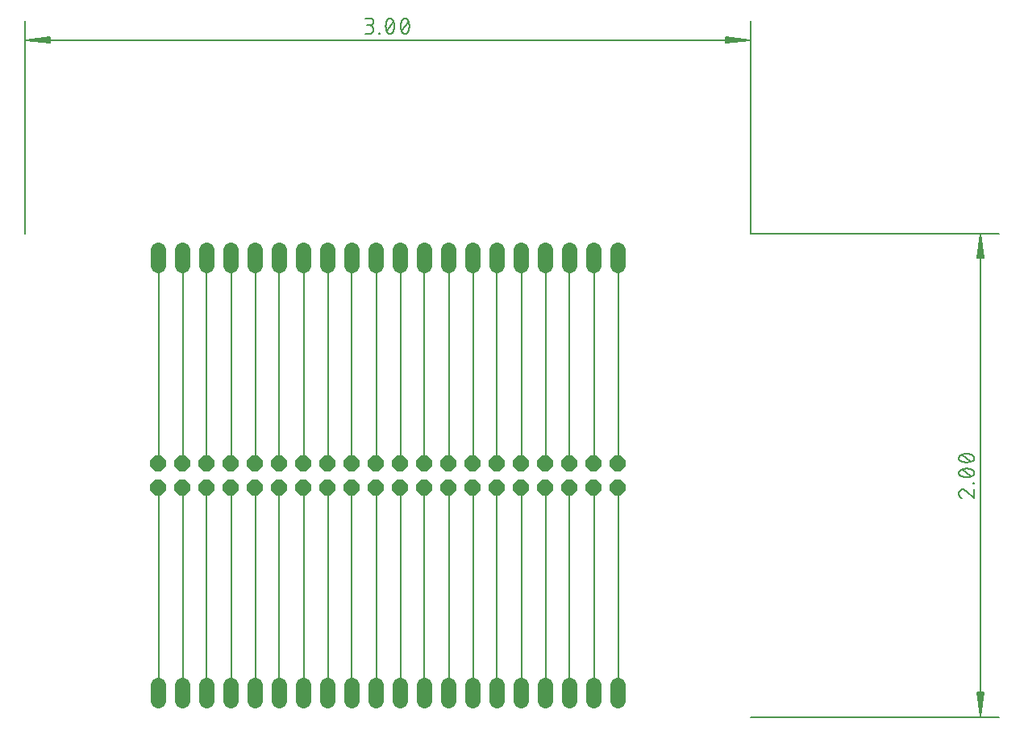
<source format=gbr>
G04 EAGLE Gerber X2 export*
%TF.Part,Single*%
%TF.FileFunction,Copper,L1,Top,Mixed*%
%TF.FilePolarity,Positive*%
%TF.GenerationSoftware,Autodesk,EAGLE,9.0.0*%
%TF.CreationDate,2018-04-25T19:38:23Z*%
G75*
%MOMM*%
%FSLAX34Y34*%
%LPD*%
%AMOC8*
5,1,8,0,0,1.08239X$1,22.5*%
G01*
%ADD10C,0.130000*%
%ADD11C,0.152400*%
%ADD12P,1.759533X8X22.500000*%
%ADD13C,1.625600*%


D10*
X863600Y635000D02*
X863600Y857700D01*
X101600Y857700D02*
X101600Y635000D01*
X102250Y838200D02*
X862950Y838200D01*
X837600Y841392D01*
X837600Y835008D01*
X862950Y838200D01*
X837600Y839500D01*
X837600Y836900D02*
X862950Y838200D01*
X837600Y840800D01*
X837600Y835600D02*
X862950Y838200D01*
X127600Y841392D02*
X102250Y838200D01*
X127600Y841392D02*
X127600Y835008D01*
X102250Y838200D01*
X127600Y839500D01*
X127600Y836900D02*
X102250Y838200D01*
X127600Y840800D01*
X127600Y835600D02*
X102250Y838200D01*
D11*
X458548Y844707D02*
X463064Y844707D01*
X463197Y844709D01*
X463329Y844715D01*
X463461Y844725D01*
X463593Y844738D01*
X463725Y844756D01*
X463855Y844777D01*
X463986Y844802D01*
X464115Y844831D01*
X464243Y844864D01*
X464371Y844900D01*
X464497Y844940D01*
X464622Y844984D01*
X464746Y845032D01*
X464868Y845083D01*
X464989Y845138D01*
X465108Y845196D01*
X465226Y845258D01*
X465341Y845323D01*
X465455Y845392D01*
X465566Y845463D01*
X465675Y845539D01*
X465782Y845617D01*
X465887Y845698D01*
X465989Y845783D01*
X466089Y845870D01*
X466186Y845960D01*
X466281Y846053D01*
X466372Y846149D01*
X466461Y846247D01*
X466547Y846348D01*
X466630Y846452D01*
X466710Y846558D01*
X466786Y846666D01*
X466860Y846776D01*
X466930Y846889D01*
X466997Y847003D01*
X467060Y847120D01*
X467120Y847238D01*
X467177Y847358D01*
X467230Y847480D01*
X467279Y847603D01*
X467325Y847727D01*
X467367Y847853D01*
X467405Y847980D01*
X467440Y848108D01*
X467471Y848237D01*
X467498Y848366D01*
X467521Y848497D01*
X467541Y848628D01*
X467556Y848760D01*
X467568Y848892D01*
X467576Y849024D01*
X467580Y849157D01*
X467580Y849289D01*
X467576Y849422D01*
X467568Y849554D01*
X467556Y849686D01*
X467541Y849818D01*
X467521Y849949D01*
X467498Y850080D01*
X467471Y850209D01*
X467440Y850338D01*
X467405Y850466D01*
X467367Y850593D01*
X467325Y850719D01*
X467279Y850843D01*
X467230Y850966D01*
X467177Y851088D01*
X467120Y851208D01*
X467060Y851326D01*
X466997Y851443D01*
X466930Y851557D01*
X466860Y851670D01*
X466786Y851780D01*
X466710Y851888D01*
X466630Y851994D01*
X466547Y852098D01*
X466461Y852199D01*
X466372Y852297D01*
X466281Y852393D01*
X466186Y852486D01*
X466089Y852576D01*
X465989Y852663D01*
X465887Y852748D01*
X465782Y852829D01*
X465675Y852907D01*
X465566Y852983D01*
X465455Y853054D01*
X465341Y853123D01*
X465226Y853188D01*
X465108Y853250D01*
X464989Y853308D01*
X464868Y853363D01*
X464746Y853414D01*
X464622Y853462D01*
X464497Y853506D01*
X464371Y853546D01*
X464243Y853582D01*
X464115Y853615D01*
X463986Y853644D01*
X463855Y853669D01*
X463725Y853690D01*
X463593Y853708D01*
X463461Y853721D01*
X463329Y853731D01*
X463197Y853737D01*
X463064Y853739D01*
X463967Y860963D02*
X458548Y860963D01*
X463967Y860963D02*
X464086Y860961D01*
X464206Y860955D01*
X464325Y860945D01*
X464443Y860931D01*
X464562Y860914D01*
X464679Y860892D01*
X464796Y860867D01*
X464911Y860837D01*
X465026Y860804D01*
X465140Y860767D01*
X465252Y860727D01*
X465363Y860682D01*
X465472Y860634D01*
X465580Y860583D01*
X465686Y860528D01*
X465790Y860469D01*
X465892Y860407D01*
X465992Y860342D01*
X466090Y860273D01*
X466186Y860201D01*
X466279Y860126D01*
X466369Y860049D01*
X466457Y859968D01*
X466542Y859884D01*
X466624Y859797D01*
X466704Y859708D01*
X466780Y859616D01*
X466854Y859522D01*
X466924Y859425D01*
X466991Y859327D01*
X467055Y859226D01*
X467115Y859122D01*
X467172Y859017D01*
X467225Y858910D01*
X467275Y858802D01*
X467321Y858692D01*
X467363Y858580D01*
X467402Y858467D01*
X467437Y858353D01*
X467468Y858238D01*
X467496Y858121D01*
X467519Y858004D01*
X467539Y857887D01*
X467555Y857768D01*
X467567Y857649D01*
X467575Y857530D01*
X467579Y857411D01*
X467579Y857291D01*
X467575Y857172D01*
X467567Y857053D01*
X467555Y856934D01*
X467539Y856815D01*
X467519Y856698D01*
X467496Y856581D01*
X467468Y856464D01*
X467437Y856349D01*
X467402Y856235D01*
X467363Y856122D01*
X467321Y856010D01*
X467275Y855900D01*
X467225Y855792D01*
X467172Y855685D01*
X467115Y855580D01*
X467055Y855476D01*
X466991Y855375D01*
X466924Y855277D01*
X466854Y855180D01*
X466780Y855086D01*
X466704Y854994D01*
X466624Y854905D01*
X466542Y854818D01*
X466457Y854734D01*
X466369Y854653D01*
X466279Y854576D01*
X466186Y854501D01*
X466090Y854429D01*
X465992Y854360D01*
X465892Y854295D01*
X465790Y854233D01*
X465686Y854174D01*
X465580Y854119D01*
X465472Y854068D01*
X465363Y854020D01*
X465252Y853975D01*
X465140Y853935D01*
X465026Y853898D01*
X464911Y853865D01*
X464796Y853835D01*
X464679Y853810D01*
X464562Y853788D01*
X464443Y853771D01*
X464325Y853757D01*
X464206Y853747D01*
X464086Y853741D01*
X463967Y853739D01*
X463967Y853738D02*
X460354Y853738D01*
X473554Y845610D02*
X473554Y844707D01*
X473554Y845610D02*
X474457Y845610D01*
X474457Y844707D01*
X473554Y844707D01*
X480432Y852835D02*
X480436Y853155D01*
X480447Y853474D01*
X480466Y853794D01*
X480493Y854112D01*
X480527Y854430D01*
X480569Y854747D01*
X480619Y855063D01*
X480676Y855378D01*
X480740Y855691D01*
X480812Y856003D01*
X480891Y856313D01*
X480978Y856620D01*
X481072Y856926D01*
X481173Y857229D01*
X481282Y857530D01*
X481397Y857828D01*
X481520Y858124D01*
X481650Y858416D01*
X481787Y858705D01*
X481786Y858706D02*
X481825Y858814D01*
X481868Y858921D01*
X481914Y859026D01*
X481965Y859130D01*
X482018Y859232D01*
X482075Y859332D01*
X482136Y859430D01*
X482200Y859525D01*
X482267Y859619D01*
X482338Y859710D01*
X482411Y859799D01*
X482488Y859885D01*
X482567Y859968D01*
X482649Y860049D01*
X482734Y860127D01*
X482822Y860201D01*
X482912Y860273D01*
X483004Y860341D01*
X483099Y860407D01*
X483196Y860469D01*
X483295Y860527D01*
X483397Y860583D01*
X483499Y860634D01*
X483604Y860682D01*
X483710Y860727D01*
X483818Y860768D01*
X483927Y860805D01*
X484037Y860838D01*
X484149Y860867D01*
X484261Y860893D01*
X484374Y860915D01*
X484488Y860932D01*
X484602Y860946D01*
X484717Y860956D01*
X484832Y860962D01*
X484947Y860964D01*
X484947Y860963D02*
X485062Y860961D01*
X485177Y860955D01*
X485292Y860945D01*
X485406Y860931D01*
X485520Y860914D01*
X485633Y860892D01*
X485745Y860866D01*
X485857Y860837D01*
X485967Y860804D01*
X486076Y860767D01*
X486184Y860726D01*
X486290Y860681D01*
X486395Y860633D01*
X486497Y860582D01*
X486598Y860526D01*
X486698Y860468D01*
X486795Y860406D01*
X486889Y860341D01*
X486982Y860272D01*
X487072Y860200D01*
X487160Y860126D01*
X487245Y860048D01*
X487327Y859967D01*
X487406Y859884D01*
X487483Y859798D01*
X487556Y859709D01*
X487627Y859618D01*
X487694Y859524D01*
X487758Y859429D01*
X487819Y859331D01*
X487876Y859231D01*
X487929Y859129D01*
X487980Y859025D01*
X488026Y858920D01*
X488069Y858813D01*
X488108Y858705D01*
X488245Y858416D01*
X488375Y858124D01*
X488498Y857828D01*
X488613Y857530D01*
X488722Y857229D01*
X488823Y856926D01*
X488917Y856620D01*
X489004Y856313D01*
X489083Y856003D01*
X489155Y855691D01*
X489219Y855378D01*
X489276Y855063D01*
X489326Y854747D01*
X489368Y854430D01*
X489402Y854112D01*
X489429Y853794D01*
X489448Y853474D01*
X489459Y853155D01*
X489463Y852835D01*
X480432Y852835D02*
X480436Y852515D01*
X480447Y852196D01*
X480466Y851876D01*
X480493Y851558D01*
X480527Y851240D01*
X480569Y850923D01*
X480619Y850607D01*
X480676Y850292D01*
X480740Y849979D01*
X480812Y849667D01*
X480891Y849357D01*
X480978Y849050D01*
X481072Y848744D01*
X481173Y848441D01*
X481282Y848140D01*
X481397Y847842D01*
X481520Y847546D01*
X481650Y847254D01*
X481787Y846965D01*
X481786Y846965D02*
X481825Y846857D01*
X481868Y846750D01*
X481914Y846645D01*
X481965Y846541D01*
X482018Y846439D01*
X482075Y846339D01*
X482136Y846241D01*
X482200Y846146D01*
X482267Y846052D01*
X482338Y845961D01*
X482411Y845872D01*
X482488Y845786D01*
X482567Y845703D01*
X482649Y845622D01*
X482734Y845544D01*
X482822Y845470D01*
X482912Y845398D01*
X483005Y845329D01*
X483099Y845264D01*
X483196Y845202D01*
X483296Y845144D01*
X483397Y845088D01*
X483499Y845037D01*
X483604Y844989D01*
X483710Y844944D01*
X483818Y844903D01*
X483927Y844866D01*
X484037Y844833D01*
X484149Y844804D01*
X484261Y844778D01*
X484374Y844756D01*
X484488Y844739D01*
X484602Y844725D01*
X484717Y844715D01*
X484832Y844709D01*
X484947Y844707D01*
X488108Y846965D02*
X488245Y847254D01*
X488375Y847546D01*
X488498Y847842D01*
X488613Y848140D01*
X488722Y848441D01*
X488823Y848744D01*
X488917Y849050D01*
X489004Y849357D01*
X489083Y849667D01*
X489155Y849979D01*
X489219Y850292D01*
X489276Y850607D01*
X489326Y850923D01*
X489368Y851240D01*
X489402Y851558D01*
X489429Y851876D01*
X489448Y852196D01*
X489459Y852515D01*
X489463Y852835D01*
X488108Y846965D02*
X488069Y846857D01*
X488026Y846750D01*
X487980Y846645D01*
X487929Y846541D01*
X487876Y846439D01*
X487819Y846339D01*
X487758Y846241D01*
X487694Y846146D01*
X487627Y846052D01*
X487556Y845961D01*
X487483Y845872D01*
X487406Y845786D01*
X487327Y845703D01*
X487245Y845622D01*
X487160Y845544D01*
X487072Y845470D01*
X486982Y845398D01*
X486889Y845329D01*
X486795Y845264D01*
X486698Y845202D01*
X486598Y845144D01*
X486497Y845088D01*
X486394Y845037D01*
X486290Y844989D01*
X486184Y844944D01*
X486076Y844903D01*
X485967Y844866D01*
X485857Y844833D01*
X485745Y844804D01*
X485633Y844778D01*
X485520Y844756D01*
X485406Y844739D01*
X485292Y844725D01*
X485177Y844715D01*
X485062Y844709D01*
X484947Y844707D01*
X481335Y848319D02*
X488560Y857351D01*
X496063Y852835D02*
X496067Y853155D01*
X496078Y853474D01*
X496097Y853794D01*
X496124Y854112D01*
X496158Y854430D01*
X496200Y854747D01*
X496250Y855063D01*
X496307Y855378D01*
X496371Y855691D01*
X496443Y856003D01*
X496522Y856313D01*
X496609Y856620D01*
X496703Y856926D01*
X496804Y857229D01*
X496913Y857530D01*
X497028Y857828D01*
X497151Y858124D01*
X497281Y858416D01*
X497418Y858705D01*
X497418Y858706D02*
X497457Y858814D01*
X497500Y858921D01*
X497546Y859026D01*
X497597Y859130D01*
X497650Y859232D01*
X497707Y859332D01*
X497768Y859430D01*
X497832Y859525D01*
X497899Y859619D01*
X497970Y859710D01*
X498043Y859799D01*
X498120Y859885D01*
X498199Y859968D01*
X498281Y860049D01*
X498366Y860127D01*
X498454Y860201D01*
X498544Y860273D01*
X498636Y860341D01*
X498731Y860407D01*
X498828Y860469D01*
X498927Y860527D01*
X499029Y860583D01*
X499131Y860634D01*
X499236Y860682D01*
X499342Y860727D01*
X499450Y860768D01*
X499559Y860805D01*
X499669Y860838D01*
X499781Y860867D01*
X499893Y860893D01*
X500006Y860915D01*
X500120Y860932D01*
X500234Y860946D01*
X500349Y860956D01*
X500464Y860962D01*
X500579Y860964D01*
X500579Y860963D02*
X500694Y860961D01*
X500809Y860955D01*
X500924Y860945D01*
X501038Y860931D01*
X501152Y860914D01*
X501265Y860892D01*
X501377Y860866D01*
X501489Y860837D01*
X501599Y860804D01*
X501708Y860767D01*
X501816Y860726D01*
X501922Y860681D01*
X502027Y860633D01*
X502129Y860582D01*
X502230Y860526D01*
X502330Y860468D01*
X502427Y860406D01*
X502521Y860341D01*
X502614Y860272D01*
X502704Y860200D01*
X502792Y860126D01*
X502877Y860048D01*
X502959Y859967D01*
X503038Y859884D01*
X503115Y859798D01*
X503188Y859709D01*
X503259Y859618D01*
X503326Y859524D01*
X503390Y859429D01*
X503451Y859331D01*
X503508Y859231D01*
X503561Y859129D01*
X503612Y859025D01*
X503658Y858920D01*
X503701Y858813D01*
X503740Y858705D01*
X503739Y858705D02*
X503876Y858416D01*
X504006Y858124D01*
X504129Y857828D01*
X504244Y857530D01*
X504353Y857229D01*
X504454Y856926D01*
X504548Y856620D01*
X504635Y856313D01*
X504714Y856003D01*
X504786Y855691D01*
X504850Y855378D01*
X504907Y855063D01*
X504957Y854747D01*
X504999Y854430D01*
X505033Y854112D01*
X505060Y853794D01*
X505079Y853474D01*
X505090Y853155D01*
X505094Y852835D01*
X496063Y852835D02*
X496067Y852515D01*
X496078Y852196D01*
X496097Y851876D01*
X496124Y851558D01*
X496158Y851240D01*
X496200Y850923D01*
X496250Y850607D01*
X496307Y850292D01*
X496371Y849979D01*
X496443Y849667D01*
X496522Y849357D01*
X496609Y849050D01*
X496703Y848744D01*
X496804Y848441D01*
X496913Y848140D01*
X497028Y847842D01*
X497151Y847546D01*
X497281Y847254D01*
X497418Y846965D01*
X497457Y846857D01*
X497500Y846750D01*
X497546Y846645D01*
X497597Y846541D01*
X497650Y846439D01*
X497707Y846339D01*
X497768Y846241D01*
X497832Y846146D01*
X497899Y846052D01*
X497970Y845961D01*
X498043Y845872D01*
X498120Y845786D01*
X498199Y845703D01*
X498281Y845622D01*
X498366Y845544D01*
X498454Y845470D01*
X498544Y845398D01*
X498637Y845329D01*
X498731Y845264D01*
X498828Y845202D01*
X498928Y845144D01*
X499029Y845088D01*
X499131Y845037D01*
X499236Y844989D01*
X499342Y844944D01*
X499450Y844903D01*
X499559Y844866D01*
X499669Y844833D01*
X499781Y844804D01*
X499893Y844778D01*
X500006Y844756D01*
X500120Y844739D01*
X500234Y844725D01*
X500349Y844715D01*
X500464Y844709D01*
X500579Y844707D01*
X503739Y846965D02*
X503876Y847254D01*
X504006Y847546D01*
X504129Y847842D01*
X504244Y848140D01*
X504353Y848441D01*
X504454Y848744D01*
X504548Y849050D01*
X504635Y849357D01*
X504714Y849667D01*
X504786Y849979D01*
X504850Y850292D01*
X504907Y850607D01*
X504957Y850923D01*
X504999Y851240D01*
X505033Y851558D01*
X505060Y851876D01*
X505079Y852196D01*
X505090Y852515D01*
X505094Y852835D01*
X503740Y846965D02*
X503701Y846857D01*
X503658Y846750D01*
X503612Y846645D01*
X503561Y846541D01*
X503508Y846439D01*
X503451Y846339D01*
X503390Y846241D01*
X503326Y846146D01*
X503259Y846052D01*
X503188Y845961D01*
X503115Y845872D01*
X503038Y845786D01*
X502959Y845703D01*
X502877Y845622D01*
X502792Y845544D01*
X502704Y845470D01*
X502614Y845398D01*
X502521Y845329D01*
X502427Y845264D01*
X502330Y845202D01*
X502230Y845144D01*
X502129Y845088D01*
X502026Y845037D01*
X501922Y844989D01*
X501816Y844944D01*
X501708Y844903D01*
X501599Y844866D01*
X501489Y844833D01*
X501377Y844804D01*
X501265Y844778D01*
X501152Y844756D01*
X501038Y844739D01*
X500924Y844725D01*
X500809Y844715D01*
X500694Y844709D01*
X500579Y844707D01*
X496966Y848319D02*
X504191Y857351D01*
D10*
X863600Y127000D02*
X1124400Y127000D01*
X1124400Y635000D02*
X863600Y635000D01*
X1104900Y634350D02*
X1104900Y127650D01*
X1101708Y153000D01*
X1108092Y153000D01*
X1104900Y127650D01*
X1103600Y153000D01*
X1106200Y153000D02*
X1104900Y127650D01*
X1102300Y153000D01*
X1107500Y153000D02*
X1104900Y127650D01*
X1101708Y609000D02*
X1104900Y634350D01*
X1101708Y609000D02*
X1108092Y609000D01*
X1104900Y634350D01*
X1103600Y609000D01*
X1106200Y609000D02*
X1104900Y634350D01*
X1102300Y609000D01*
X1107500Y609000D02*
X1104900Y634350D01*
D11*
X1086201Y365979D02*
X1086076Y365977D01*
X1085951Y365971D01*
X1085826Y365962D01*
X1085702Y365948D01*
X1085578Y365931D01*
X1085454Y365910D01*
X1085332Y365885D01*
X1085210Y365856D01*
X1085089Y365824D01*
X1084969Y365788D01*
X1084850Y365748D01*
X1084733Y365705D01*
X1084617Y365658D01*
X1084502Y365607D01*
X1084390Y365553D01*
X1084278Y365495D01*
X1084169Y365435D01*
X1084062Y365370D01*
X1083956Y365303D01*
X1083853Y365232D01*
X1083752Y365158D01*
X1083653Y365081D01*
X1083557Y365001D01*
X1083463Y364918D01*
X1083372Y364833D01*
X1083283Y364744D01*
X1083198Y364653D01*
X1083115Y364559D01*
X1083035Y364463D01*
X1082958Y364364D01*
X1082884Y364263D01*
X1082813Y364160D01*
X1082746Y364054D01*
X1082681Y363947D01*
X1082621Y363838D01*
X1082563Y363726D01*
X1082509Y363614D01*
X1082458Y363499D01*
X1082411Y363383D01*
X1082368Y363266D01*
X1082328Y363147D01*
X1082292Y363027D01*
X1082260Y362906D01*
X1082231Y362784D01*
X1082206Y362662D01*
X1082185Y362538D01*
X1082168Y362414D01*
X1082154Y362290D01*
X1082145Y362165D01*
X1082139Y362040D01*
X1082137Y361915D01*
X1082139Y361772D01*
X1082145Y361630D01*
X1082155Y361487D01*
X1082168Y361345D01*
X1082186Y361204D01*
X1082207Y361062D01*
X1082232Y360922D01*
X1082261Y360782D01*
X1082294Y360643D01*
X1082331Y360505D01*
X1082371Y360368D01*
X1082415Y360233D01*
X1082463Y360098D01*
X1082515Y359965D01*
X1082570Y359833D01*
X1082629Y359703D01*
X1082691Y359575D01*
X1082757Y359448D01*
X1082826Y359323D01*
X1082898Y359200D01*
X1082974Y359079D01*
X1083053Y358961D01*
X1083136Y358844D01*
X1083221Y358730D01*
X1083310Y358618D01*
X1083401Y358509D01*
X1083496Y358402D01*
X1083593Y358297D01*
X1083694Y358196D01*
X1083797Y358097D01*
X1083902Y358001D01*
X1084011Y357908D01*
X1084122Y357818D01*
X1084235Y357731D01*
X1084350Y357647D01*
X1084468Y357567D01*
X1084588Y357489D01*
X1084710Y357415D01*
X1084834Y357345D01*
X1084960Y357277D01*
X1085088Y357214D01*
X1085217Y357153D01*
X1085348Y357096D01*
X1085480Y357043D01*
X1085614Y356994D01*
X1085749Y356948D01*
X1089362Y364624D02*
X1089270Y364718D01*
X1089176Y364808D01*
X1089079Y364896D01*
X1088979Y364981D01*
X1088877Y365063D01*
X1088772Y365141D01*
X1088665Y365217D01*
X1088556Y365289D01*
X1088445Y365358D01*
X1088331Y365424D01*
X1088216Y365486D01*
X1088099Y365545D01*
X1087980Y365600D01*
X1087860Y365651D01*
X1087738Y365699D01*
X1087615Y365744D01*
X1087491Y365784D01*
X1087365Y365821D01*
X1087238Y365854D01*
X1087111Y365883D01*
X1086982Y365909D01*
X1086853Y365930D01*
X1086723Y365948D01*
X1086593Y365961D01*
X1086463Y365971D01*
X1086332Y365977D01*
X1086201Y365979D01*
X1089362Y364625D02*
X1098393Y356948D01*
X1098393Y365979D01*
X1098393Y371954D02*
X1097490Y371954D01*
X1097490Y372857D01*
X1098393Y372857D01*
X1098393Y371954D01*
X1090265Y378832D02*
X1089945Y378836D01*
X1089626Y378847D01*
X1089306Y378866D01*
X1088988Y378893D01*
X1088670Y378927D01*
X1088353Y378969D01*
X1088037Y379019D01*
X1087722Y379076D01*
X1087409Y379140D01*
X1087097Y379212D01*
X1086787Y379291D01*
X1086480Y379378D01*
X1086174Y379472D01*
X1085871Y379573D01*
X1085570Y379682D01*
X1085272Y379797D01*
X1084976Y379920D01*
X1084684Y380050D01*
X1084395Y380187D01*
X1084394Y380187D02*
X1084286Y380226D01*
X1084179Y380269D01*
X1084074Y380315D01*
X1083971Y380365D01*
X1083869Y380419D01*
X1083769Y380476D01*
X1083671Y380537D01*
X1083575Y380601D01*
X1083482Y380668D01*
X1083391Y380738D01*
X1083302Y380812D01*
X1083216Y380888D01*
X1083133Y380968D01*
X1083052Y381050D01*
X1082974Y381135D01*
X1082900Y381222D01*
X1082828Y381313D01*
X1082759Y381405D01*
X1082694Y381500D01*
X1082632Y381597D01*
X1082573Y381696D01*
X1082518Y381797D01*
X1082467Y381900D01*
X1082419Y382005D01*
X1082374Y382111D01*
X1082333Y382218D01*
X1082296Y382327D01*
X1082263Y382438D01*
X1082234Y382549D01*
X1082208Y382661D01*
X1082186Y382774D01*
X1082169Y382888D01*
X1082155Y383002D01*
X1082145Y383117D01*
X1082139Y383232D01*
X1082137Y383347D01*
X1082139Y383462D01*
X1082145Y383577D01*
X1082155Y383692D01*
X1082169Y383806D01*
X1082186Y383920D01*
X1082208Y384033D01*
X1082234Y384145D01*
X1082263Y384257D01*
X1082296Y384367D01*
X1082333Y384476D01*
X1082374Y384584D01*
X1082419Y384690D01*
X1082467Y384795D01*
X1082518Y384897D01*
X1082574Y384999D01*
X1082632Y385098D01*
X1082694Y385195D01*
X1082760Y385290D01*
X1082828Y385382D01*
X1082900Y385472D01*
X1082974Y385560D01*
X1083052Y385645D01*
X1083133Y385727D01*
X1083216Y385806D01*
X1083302Y385883D01*
X1083391Y385956D01*
X1083482Y386027D01*
X1083576Y386094D01*
X1083671Y386158D01*
X1083769Y386219D01*
X1083869Y386276D01*
X1083971Y386329D01*
X1084075Y386380D01*
X1084180Y386426D01*
X1084287Y386469D01*
X1084395Y386508D01*
X1084684Y386645D01*
X1084976Y386775D01*
X1085272Y386898D01*
X1085570Y387013D01*
X1085871Y387122D01*
X1086174Y387223D01*
X1086480Y387317D01*
X1086787Y387404D01*
X1087097Y387483D01*
X1087409Y387555D01*
X1087722Y387619D01*
X1088037Y387676D01*
X1088353Y387726D01*
X1088670Y387768D01*
X1088988Y387802D01*
X1089306Y387829D01*
X1089626Y387848D01*
X1089945Y387859D01*
X1090265Y387863D01*
X1090265Y378832D02*
X1090585Y378836D01*
X1090904Y378847D01*
X1091224Y378866D01*
X1091542Y378893D01*
X1091860Y378927D01*
X1092177Y378969D01*
X1092493Y379019D01*
X1092808Y379076D01*
X1093121Y379140D01*
X1093433Y379212D01*
X1093743Y379291D01*
X1094050Y379378D01*
X1094356Y379472D01*
X1094659Y379573D01*
X1094960Y379682D01*
X1095258Y379797D01*
X1095554Y379920D01*
X1095846Y380050D01*
X1096135Y380187D01*
X1096136Y380186D02*
X1096244Y380225D01*
X1096351Y380268D01*
X1096456Y380314D01*
X1096560Y380365D01*
X1096662Y380418D01*
X1096762Y380475D01*
X1096860Y380536D01*
X1096955Y380600D01*
X1097049Y380667D01*
X1097140Y380738D01*
X1097229Y380811D01*
X1097315Y380888D01*
X1097398Y380967D01*
X1097479Y381049D01*
X1097557Y381134D01*
X1097631Y381222D01*
X1097703Y381312D01*
X1097772Y381405D01*
X1097837Y381499D01*
X1097899Y381596D01*
X1097957Y381696D01*
X1098013Y381797D01*
X1098064Y381899D01*
X1098112Y382004D01*
X1098157Y382110D01*
X1098198Y382218D01*
X1098235Y382327D01*
X1098268Y382437D01*
X1098297Y382549D01*
X1098323Y382661D01*
X1098345Y382774D01*
X1098362Y382888D01*
X1098376Y383002D01*
X1098386Y383117D01*
X1098392Y383232D01*
X1098394Y383347D01*
X1096135Y386508D02*
X1095846Y386645D01*
X1095554Y386775D01*
X1095258Y386898D01*
X1094960Y387013D01*
X1094659Y387122D01*
X1094356Y387223D01*
X1094050Y387317D01*
X1093743Y387404D01*
X1093433Y387483D01*
X1093121Y387555D01*
X1092808Y387619D01*
X1092493Y387676D01*
X1092177Y387726D01*
X1091860Y387768D01*
X1091542Y387802D01*
X1091224Y387829D01*
X1090904Y387848D01*
X1090585Y387859D01*
X1090265Y387863D01*
X1096135Y386508D02*
X1096243Y386469D01*
X1096350Y386426D01*
X1096455Y386380D01*
X1096559Y386329D01*
X1096661Y386276D01*
X1096761Y386219D01*
X1096859Y386158D01*
X1096954Y386094D01*
X1097048Y386027D01*
X1097139Y385956D01*
X1097228Y385883D01*
X1097314Y385806D01*
X1097397Y385727D01*
X1097478Y385645D01*
X1097556Y385560D01*
X1097630Y385472D01*
X1097702Y385382D01*
X1097771Y385289D01*
X1097836Y385195D01*
X1097898Y385098D01*
X1097956Y384998D01*
X1098012Y384897D01*
X1098063Y384794D01*
X1098111Y384690D01*
X1098156Y384584D01*
X1098197Y384476D01*
X1098234Y384367D01*
X1098267Y384257D01*
X1098296Y384145D01*
X1098322Y384033D01*
X1098344Y383920D01*
X1098361Y383806D01*
X1098375Y383692D01*
X1098385Y383577D01*
X1098391Y383462D01*
X1098393Y383347D01*
X1094781Y379735D02*
X1085749Y386960D01*
X1090265Y394463D02*
X1089945Y394467D01*
X1089626Y394478D01*
X1089306Y394497D01*
X1088988Y394524D01*
X1088670Y394558D01*
X1088353Y394600D01*
X1088037Y394650D01*
X1087722Y394707D01*
X1087409Y394771D01*
X1087097Y394843D01*
X1086787Y394922D01*
X1086480Y395009D01*
X1086174Y395103D01*
X1085871Y395204D01*
X1085570Y395313D01*
X1085272Y395428D01*
X1084976Y395551D01*
X1084684Y395681D01*
X1084395Y395818D01*
X1084394Y395819D02*
X1084286Y395858D01*
X1084179Y395901D01*
X1084074Y395947D01*
X1083971Y395997D01*
X1083869Y396051D01*
X1083769Y396108D01*
X1083671Y396169D01*
X1083575Y396233D01*
X1083482Y396300D01*
X1083391Y396370D01*
X1083302Y396444D01*
X1083216Y396520D01*
X1083133Y396600D01*
X1083052Y396682D01*
X1082974Y396767D01*
X1082900Y396854D01*
X1082828Y396945D01*
X1082759Y397037D01*
X1082694Y397132D01*
X1082632Y397229D01*
X1082573Y397328D01*
X1082518Y397429D01*
X1082467Y397532D01*
X1082419Y397637D01*
X1082374Y397743D01*
X1082333Y397850D01*
X1082296Y397959D01*
X1082263Y398070D01*
X1082234Y398181D01*
X1082208Y398293D01*
X1082186Y398406D01*
X1082169Y398520D01*
X1082155Y398634D01*
X1082145Y398749D01*
X1082139Y398864D01*
X1082137Y398979D01*
X1082139Y399094D01*
X1082145Y399209D01*
X1082155Y399324D01*
X1082169Y399438D01*
X1082186Y399552D01*
X1082208Y399665D01*
X1082234Y399777D01*
X1082263Y399889D01*
X1082296Y399999D01*
X1082333Y400108D01*
X1082374Y400216D01*
X1082419Y400322D01*
X1082467Y400427D01*
X1082518Y400529D01*
X1082574Y400631D01*
X1082632Y400730D01*
X1082694Y400827D01*
X1082760Y400922D01*
X1082828Y401014D01*
X1082900Y401104D01*
X1082974Y401192D01*
X1083052Y401277D01*
X1083133Y401359D01*
X1083216Y401438D01*
X1083302Y401515D01*
X1083391Y401588D01*
X1083482Y401659D01*
X1083576Y401726D01*
X1083671Y401790D01*
X1083769Y401851D01*
X1083869Y401908D01*
X1083971Y401961D01*
X1084075Y402012D01*
X1084180Y402058D01*
X1084287Y402101D01*
X1084395Y402140D01*
X1084395Y402139D02*
X1084684Y402276D01*
X1084976Y402406D01*
X1085272Y402529D01*
X1085570Y402644D01*
X1085871Y402753D01*
X1086174Y402854D01*
X1086480Y402948D01*
X1086787Y403035D01*
X1087097Y403114D01*
X1087409Y403186D01*
X1087722Y403250D01*
X1088037Y403307D01*
X1088353Y403357D01*
X1088670Y403399D01*
X1088988Y403433D01*
X1089306Y403460D01*
X1089626Y403479D01*
X1089945Y403490D01*
X1090265Y403494D01*
X1090265Y394463D02*
X1090585Y394467D01*
X1090904Y394478D01*
X1091224Y394497D01*
X1091542Y394524D01*
X1091860Y394558D01*
X1092177Y394600D01*
X1092493Y394650D01*
X1092808Y394707D01*
X1093121Y394771D01*
X1093433Y394843D01*
X1093743Y394922D01*
X1094050Y395009D01*
X1094356Y395103D01*
X1094659Y395204D01*
X1094960Y395313D01*
X1095258Y395428D01*
X1095554Y395551D01*
X1095846Y395681D01*
X1096135Y395818D01*
X1096136Y395818D02*
X1096244Y395857D01*
X1096351Y395900D01*
X1096456Y395946D01*
X1096560Y395997D01*
X1096662Y396050D01*
X1096762Y396107D01*
X1096860Y396168D01*
X1096955Y396232D01*
X1097049Y396299D01*
X1097140Y396370D01*
X1097229Y396443D01*
X1097315Y396520D01*
X1097398Y396599D01*
X1097479Y396681D01*
X1097557Y396766D01*
X1097631Y396854D01*
X1097703Y396944D01*
X1097772Y397037D01*
X1097837Y397131D01*
X1097899Y397228D01*
X1097957Y397328D01*
X1098013Y397429D01*
X1098064Y397531D01*
X1098112Y397636D01*
X1098157Y397742D01*
X1098198Y397850D01*
X1098235Y397959D01*
X1098268Y398069D01*
X1098297Y398181D01*
X1098323Y398293D01*
X1098345Y398406D01*
X1098362Y398520D01*
X1098376Y398634D01*
X1098386Y398749D01*
X1098392Y398864D01*
X1098394Y398979D01*
X1096135Y402139D02*
X1095846Y402276D01*
X1095554Y402406D01*
X1095258Y402529D01*
X1094960Y402644D01*
X1094659Y402753D01*
X1094356Y402854D01*
X1094050Y402948D01*
X1093743Y403035D01*
X1093433Y403114D01*
X1093121Y403186D01*
X1092808Y403250D01*
X1092493Y403307D01*
X1092177Y403357D01*
X1091860Y403399D01*
X1091542Y403433D01*
X1091224Y403460D01*
X1090904Y403479D01*
X1090585Y403490D01*
X1090265Y403494D01*
X1096135Y402140D02*
X1096243Y402101D01*
X1096350Y402058D01*
X1096455Y402012D01*
X1096559Y401961D01*
X1096661Y401908D01*
X1096761Y401851D01*
X1096859Y401790D01*
X1096954Y401726D01*
X1097048Y401659D01*
X1097139Y401588D01*
X1097228Y401515D01*
X1097314Y401438D01*
X1097397Y401359D01*
X1097478Y401277D01*
X1097556Y401192D01*
X1097630Y401104D01*
X1097702Y401014D01*
X1097771Y400921D01*
X1097836Y400827D01*
X1097898Y400730D01*
X1097956Y400630D01*
X1098012Y400529D01*
X1098063Y400426D01*
X1098111Y400322D01*
X1098156Y400216D01*
X1098197Y400108D01*
X1098234Y399999D01*
X1098267Y399889D01*
X1098296Y399777D01*
X1098322Y399665D01*
X1098344Y399552D01*
X1098361Y399438D01*
X1098375Y399324D01*
X1098385Y399209D01*
X1098391Y399094D01*
X1098393Y398979D01*
X1094781Y395366D02*
X1085749Y402591D01*
D12*
X241300Y368300D03*
X241300Y393700D03*
X266700Y368300D03*
X266700Y393700D03*
X292100Y368300D03*
X292100Y393700D03*
X317500Y368300D03*
X317500Y393700D03*
X342900Y368300D03*
X342900Y393700D03*
X368300Y368300D03*
X368300Y393700D03*
X393700Y368300D03*
X393700Y393700D03*
X419100Y368300D03*
X419100Y393700D03*
X444500Y368300D03*
X444500Y393700D03*
X469900Y368300D03*
X469900Y393700D03*
X495300Y368300D03*
X495300Y393700D03*
X520700Y368300D03*
X520700Y393700D03*
X546100Y368300D03*
X546100Y393700D03*
X571500Y368300D03*
X571500Y393700D03*
X596900Y368300D03*
X596900Y393700D03*
X622300Y368300D03*
X622300Y393700D03*
X647700Y368300D03*
X647700Y393700D03*
X673100Y368300D03*
X673100Y393700D03*
X698500Y368300D03*
X698500Y393700D03*
X723900Y368300D03*
X723900Y393700D03*
D13*
X241300Y160528D02*
X241300Y144272D01*
X266700Y144272D02*
X266700Y160528D01*
X292100Y160528D02*
X292100Y144272D01*
X317500Y144272D02*
X317500Y160528D01*
X342900Y160528D02*
X342900Y144272D01*
X368300Y144272D02*
X368300Y160528D01*
X393700Y160528D02*
X393700Y144272D01*
X419100Y144272D02*
X419100Y160528D01*
X444500Y160528D02*
X444500Y144272D01*
X469900Y144272D02*
X469900Y160528D01*
X495300Y160528D02*
X495300Y144272D01*
X520700Y144272D02*
X520700Y160528D01*
X546100Y160528D02*
X546100Y144272D01*
X571500Y144272D02*
X571500Y160528D01*
X596900Y160528D02*
X596900Y144272D01*
X622300Y144272D02*
X622300Y160528D01*
X647700Y160528D02*
X647700Y144272D01*
X673100Y144272D02*
X673100Y160528D01*
X698500Y160528D02*
X698500Y144272D01*
X723900Y144272D02*
X723900Y160528D01*
X241300Y601472D02*
X241300Y617728D01*
X266700Y617728D02*
X266700Y601472D01*
X292100Y601472D02*
X292100Y617728D01*
X317500Y617728D02*
X317500Y601472D01*
X342900Y601472D02*
X342900Y617728D01*
X368300Y617728D02*
X368300Y601472D01*
X393700Y601472D02*
X393700Y617728D01*
X419100Y617728D02*
X419100Y601472D01*
X444500Y601472D02*
X444500Y617728D01*
X469900Y617728D02*
X469900Y601472D01*
X495300Y601472D02*
X495300Y617728D01*
X520700Y617728D02*
X520700Y601472D01*
X546100Y601472D02*
X546100Y617728D01*
X571500Y617728D02*
X571500Y601472D01*
X596900Y601472D02*
X596900Y617728D01*
X622300Y617728D02*
X622300Y601472D01*
X647700Y601472D02*
X647700Y617728D01*
X673100Y617728D02*
X673100Y601472D01*
X698500Y601472D02*
X698500Y617728D01*
X723900Y617728D02*
X723900Y601472D01*
D11*
X241808Y367792D02*
X241808Y152908D01*
X241300Y152400D01*
X241808Y367792D02*
X241300Y368300D01*
X343916Y367792D02*
X343916Y152908D01*
X342900Y152400D01*
X343916Y367792D02*
X342900Y368300D01*
X267716Y367792D02*
X267716Y152908D01*
X266700Y152400D01*
X267716Y367792D02*
X266700Y368300D01*
X292100Y368300D02*
X292100Y152400D01*
X318008Y152908D02*
X318008Y367792D01*
X318008Y152908D02*
X317500Y152400D01*
X318008Y367792D02*
X317500Y368300D01*
X368300Y368300D02*
X368300Y152400D01*
X394208Y152908D02*
X394208Y367792D01*
X394208Y152908D02*
X393700Y152400D01*
X394208Y367792D02*
X393700Y368300D01*
X420116Y367792D02*
X420116Y152908D01*
X419100Y152400D01*
X420116Y367792D02*
X419100Y368300D01*
X444500Y368300D02*
X444500Y152400D01*
X470408Y152908D02*
X470408Y367792D01*
X470408Y152908D02*
X469900Y152400D01*
X470408Y367792D02*
X469900Y368300D01*
X496316Y367792D02*
X496316Y152908D01*
X495300Y152400D01*
X496316Y367792D02*
X495300Y368300D01*
X520700Y368300D02*
X520700Y152400D01*
X546608Y152908D02*
X546608Y367792D01*
X546608Y152908D02*
X546100Y152400D01*
X546608Y367792D02*
X546100Y368300D01*
X572516Y367792D02*
X572516Y152908D01*
X571500Y152400D01*
X572516Y367792D02*
X571500Y368300D01*
X596900Y368300D02*
X596900Y152400D01*
X622808Y152908D02*
X622808Y367792D01*
X622808Y152908D02*
X622300Y152400D01*
X622808Y367792D02*
X622300Y368300D01*
X648716Y367792D02*
X648716Y152908D01*
X647700Y152400D01*
X648716Y367792D02*
X647700Y368300D01*
X673100Y368300D02*
X673100Y152400D01*
X699008Y152908D02*
X699008Y367792D01*
X699008Y152908D02*
X698500Y152400D01*
X699008Y367792D02*
X698500Y368300D01*
X724916Y367792D02*
X724916Y152908D01*
X723900Y152400D01*
X724916Y367792D02*
X723900Y368300D01*
X724916Y393700D02*
X724916Y608584D01*
X724916Y393700D02*
X723900Y393700D01*
X724916Y608584D02*
X723900Y609600D01*
X699008Y608584D02*
X699008Y393700D01*
X698500Y393700D01*
X699008Y608584D02*
X698500Y609600D01*
X673100Y609600D02*
X673100Y393700D01*
X648716Y393700D02*
X648716Y608584D01*
X648716Y393700D02*
X647700Y393700D01*
X648716Y608584D02*
X647700Y609600D01*
X622808Y608584D02*
X622808Y393700D01*
X622300Y393700D01*
X622808Y608584D02*
X622300Y609600D01*
X596900Y609600D02*
X596900Y393700D01*
X572516Y393700D02*
X572516Y608584D01*
X572516Y393700D02*
X571500Y393700D01*
X572516Y608584D02*
X571500Y609600D01*
X546608Y608584D02*
X546608Y393700D01*
X546100Y393700D01*
X546608Y608584D02*
X546100Y609600D01*
X520700Y609600D02*
X520700Y393700D01*
X496316Y393700D02*
X496316Y608584D01*
X496316Y393700D02*
X495300Y393700D01*
X496316Y608584D02*
X495300Y609600D01*
X470408Y608584D02*
X470408Y393700D01*
X469900Y393700D01*
X470408Y608584D02*
X469900Y609600D01*
X444500Y609600D02*
X444500Y393700D01*
X420116Y393700D02*
X420116Y608584D01*
X420116Y393700D02*
X419100Y393700D01*
X420116Y608584D02*
X419100Y609600D01*
X394208Y608584D02*
X394208Y393700D01*
X393700Y393700D01*
X394208Y608584D02*
X393700Y609600D01*
X368300Y609600D02*
X368300Y393700D01*
X343916Y393700D02*
X343916Y608584D01*
X343916Y393700D02*
X342900Y393700D01*
X343916Y608584D02*
X342900Y609600D01*
X318008Y608584D02*
X318008Y393700D01*
X317500Y393700D01*
X318008Y608584D02*
X317500Y609600D01*
X292100Y609600D02*
X292100Y393700D01*
X267716Y393700D02*
X267716Y608584D01*
X267716Y393700D02*
X266700Y393700D01*
X267716Y608584D02*
X266700Y609600D01*
X241808Y595884D02*
X241808Y393700D01*
X241300Y393700D01*
X241808Y595884D02*
X241300Y609600D01*
M02*

</source>
